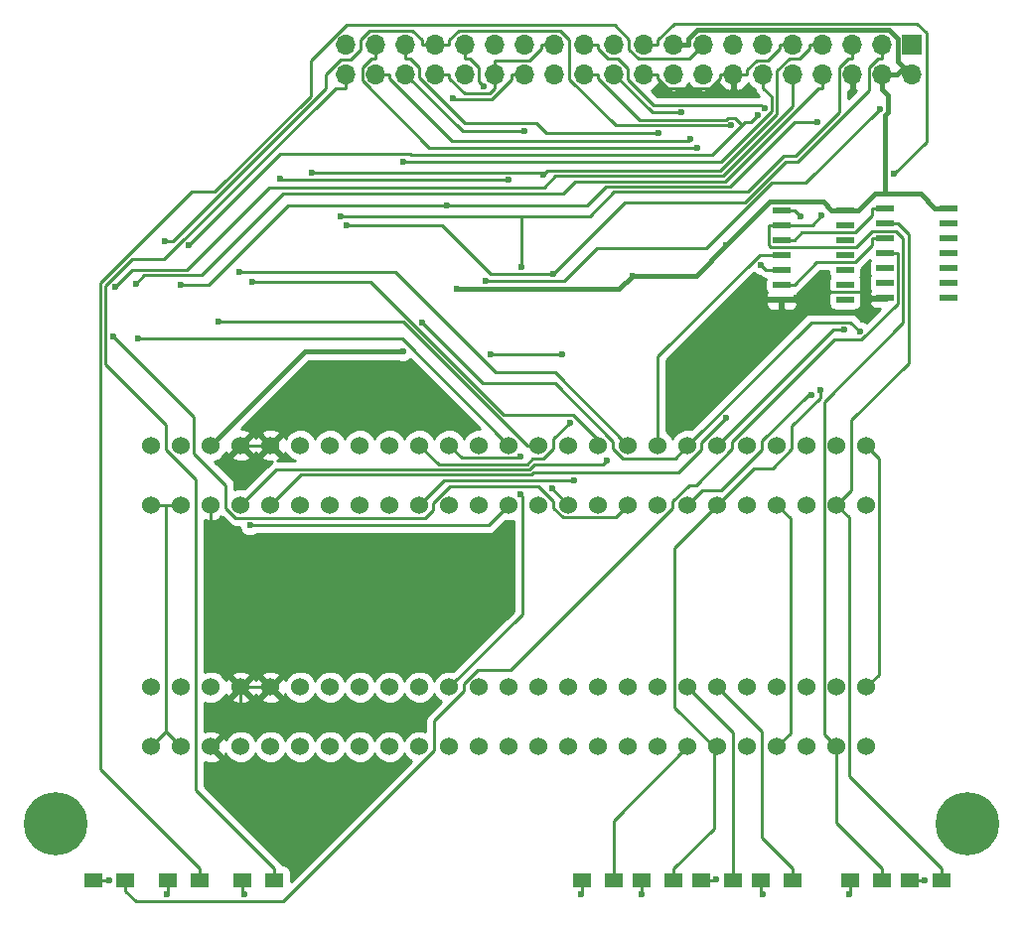
<source format=gbr>
G04 #@! TF.FileFunction,Copper,L1,Top,Signal*
%FSLAX46Y46*%
G04 Gerber Fmt 4.6, Leading zero omitted, Abs format (unit mm)*
G04 Created by KiCad (PCBNEW 4.0.7) date 06/27/18 09:39:12*
%MOMM*%
%LPD*%
G01*
G04 APERTURE LIST*
%ADD10C,0.100000*%
%ADD11C,5.400000*%
%ADD12C,1.524000*%
%ADD13R,1.500000X1.300000*%
%ADD14R,1.700000X1.700000*%
%ADD15O,1.700000X1.700000*%
%ADD16R,1.500000X0.600000*%
%ADD17C,0.600000*%
%ADD18C,0.250000*%
%ADD19C,0.400000*%
%ADD20C,0.254000*%
G04 APERTURE END LIST*
D10*
D11*
X210312000Y-122174000D03*
X132588000Y-122174000D03*
D12*
X201676000Y-110561000D03*
X201676000Y-115641000D03*
X199136000Y-110561000D03*
X199136000Y-115641000D03*
X196596000Y-110561000D03*
X196596000Y-115641000D03*
X194056000Y-110561000D03*
X194056000Y-115641000D03*
X191516000Y-110561000D03*
X191516000Y-115641000D03*
X188976000Y-110561000D03*
X188976000Y-115641000D03*
X186436000Y-110561000D03*
X186436000Y-115641000D03*
X183896000Y-110561000D03*
X183896000Y-115641000D03*
X181356000Y-110561000D03*
X181356000Y-115641000D03*
X178816000Y-110561000D03*
X178816000Y-115641000D03*
X176276000Y-110561000D03*
X176276000Y-115641000D03*
X173736000Y-110561000D03*
X173736000Y-115641000D03*
X171196000Y-110561000D03*
X171196000Y-115641000D03*
X168656000Y-110561000D03*
X168656000Y-115641000D03*
X166116000Y-110561000D03*
X166116000Y-115641000D03*
X163576000Y-110561000D03*
X163576000Y-115641000D03*
X161036000Y-110561000D03*
X161036000Y-115641000D03*
X158496000Y-110561000D03*
X158496000Y-115641000D03*
X155956000Y-110561000D03*
X155956000Y-115641000D03*
X153416000Y-110561000D03*
X153416000Y-115641000D03*
X150876000Y-110561000D03*
X150876000Y-115641000D03*
X148336000Y-110561000D03*
X148336000Y-115641000D03*
X145796000Y-110561000D03*
X145796000Y-115641000D03*
X143256000Y-110561000D03*
X143256000Y-115641000D03*
X140716000Y-110561000D03*
X140716000Y-115641000D03*
X201676000Y-89916000D03*
X201676000Y-94996000D03*
X199136000Y-89916000D03*
X199136000Y-94996000D03*
X196596000Y-89916000D03*
X196596000Y-94996000D03*
X194056000Y-89916000D03*
X194056000Y-94996000D03*
X191516000Y-89916000D03*
X191516000Y-94996000D03*
X188976000Y-89916000D03*
X188976000Y-94996000D03*
X186436000Y-89916000D03*
X186436000Y-94996000D03*
X183896000Y-89916000D03*
X183896000Y-94996000D03*
X181356000Y-89916000D03*
X181356000Y-94996000D03*
X178816000Y-89916000D03*
X178816000Y-94996000D03*
X176276000Y-89916000D03*
X176276000Y-94996000D03*
X173736000Y-89916000D03*
X173736000Y-94996000D03*
X171196000Y-89916000D03*
X171196000Y-94996000D03*
X168656000Y-89916000D03*
X168656000Y-94996000D03*
X166116000Y-89916000D03*
X166116000Y-94996000D03*
X163576000Y-89916000D03*
X163576000Y-94996000D03*
X161036000Y-89916000D03*
X161036000Y-94996000D03*
X158496000Y-89916000D03*
X158496000Y-94996000D03*
X155956000Y-89916000D03*
X155956000Y-94996000D03*
X153416000Y-89916000D03*
X153416000Y-94996000D03*
X150876000Y-89916000D03*
X150876000Y-94996000D03*
X148336000Y-89916000D03*
X148336000Y-94996000D03*
X145796000Y-89916000D03*
X145796000Y-94996000D03*
X143256000Y-89916000D03*
X143256000Y-94996000D03*
X140716000Y-89916000D03*
X140716000Y-94996000D03*
D13*
X208106000Y-127000000D03*
X205406000Y-127000000D03*
X203026000Y-127000000D03*
X200326000Y-127000000D03*
X195406000Y-127000000D03*
X192706000Y-127000000D03*
X190326000Y-127000000D03*
X187626000Y-127000000D03*
X185246000Y-127000000D03*
X182546000Y-127000000D03*
X180166000Y-127000000D03*
X177466000Y-127000000D03*
X151210000Y-127000000D03*
X148510000Y-127000000D03*
X144860000Y-127000000D03*
X142160000Y-127000000D03*
X138510000Y-127000000D03*
X135810000Y-127000000D03*
D14*
X205572000Y-55727600D03*
D15*
X205572000Y-58267600D03*
X203032000Y-55727600D03*
X203032000Y-58267600D03*
X200492000Y-55727600D03*
X200492000Y-58267600D03*
X197952000Y-55727600D03*
X197952000Y-58267600D03*
X195412000Y-55727600D03*
X195412000Y-58267600D03*
X192872000Y-55727600D03*
X192872000Y-58267600D03*
X190332000Y-55727600D03*
X190332000Y-58267600D03*
X187792000Y-55727600D03*
X187792000Y-58267600D03*
X185252000Y-55727600D03*
X185252000Y-58267600D03*
X182712000Y-55727600D03*
X182712000Y-58267600D03*
X180172000Y-55727600D03*
X180172000Y-58267600D03*
X177632000Y-55727600D03*
X177632000Y-58267600D03*
X175092000Y-55727600D03*
X175092000Y-58267600D03*
X172552000Y-55727600D03*
X172552000Y-58267600D03*
X170012000Y-55727600D03*
X170012000Y-58267600D03*
X167472000Y-55727600D03*
X167472000Y-58267600D03*
X164932000Y-55727600D03*
X164932000Y-58267600D03*
X162392000Y-55727600D03*
X162392000Y-58267600D03*
X159852000Y-55727600D03*
X159852000Y-58267600D03*
X157312000Y-55727600D03*
X157312000Y-58267600D03*
D16*
X203261000Y-69723000D03*
X203261000Y-70993000D03*
X203261000Y-72263000D03*
X203261000Y-73533000D03*
X203261000Y-74803000D03*
X203261000Y-76073000D03*
X203261000Y-77343000D03*
X208661000Y-77343000D03*
X208661000Y-76073000D03*
X208661000Y-74803000D03*
X208661000Y-73533000D03*
X208661000Y-72263000D03*
X208661000Y-70993000D03*
X208661000Y-69723000D03*
X194437000Y-69850000D03*
X194437000Y-71120000D03*
X194437000Y-72390000D03*
X194437000Y-73660000D03*
X194437000Y-74930000D03*
X194437000Y-76200000D03*
X194437000Y-77470000D03*
X199837000Y-77470000D03*
X199837000Y-76200000D03*
X199837000Y-74930000D03*
X199837000Y-73660000D03*
X199837000Y-72390000D03*
X199837000Y-71120000D03*
X199837000Y-69850000D03*
D17*
X195696900Y-77330000D03*
X181737000Y-75451900D03*
X166751000Y-76601600D03*
X162197200Y-81894500D03*
X189736800Y-72879700D03*
X156870600Y-70408400D03*
X172232400Y-74688700D03*
X174150100Y-66794700D03*
X154370600Y-66625700D03*
X169076400Y-59271500D03*
X151689000Y-67208700D03*
X171126200Y-67283100D03*
X166421000Y-60294100D03*
X174950000Y-75281300D03*
X157382000Y-71152700D03*
X197866000Y-70334200D03*
X199761400Y-80036300D03*
X196041800Y-70401000D03*
X197711300Y-85177200D03*
X201088300Y-80184500D03*
X163825600Y-79481100D03*
X196941600Y-85610000D03*
X148206600Y-75131100D03*
X137451900Y-80595100D03*
X149296800Y-75968600D03*
X174852800Y-93572900D03*
X146437900Y-79398600D03*
X139550600Y-80818800D03*
X149116700Y-96739600D03*
X172141100Y-90912800D03*
X172141100Y-94085700D03*
X175722600Y-82147900D03*
X169665700Y-82147900D03*
X176384100Y-88008500D03*
X176728800Y-92897300D03*
X189682100Y-87603000D03*
X169180200Y-75872100D03*
X202840600Y-61210900D03*
X192417700Y-61735400D03*
X143893600Y-72840100D03*
X203997600Y-66785100D03*
X192983800Y-61169500D03*
X137598500Y-76420400D03*
X197522100Y-62368500D03*
X165913400Y-69456400D03*
X143221900Y-76207100D03*
X141825700Y-72534500D03*
X190154800Y-62625700D03*
X139386900Y-76134800D03*
X206660300Y-127000000D03*
X200223700Y-128177600D03*
X192822600Y-128187500D03*
X188891000Y-126920000D03*
X182546000Y-128184100D03*
X177333200Y-128176100D03*
X148666400Y-128191100D03*
X142040000Y-128185100D03*
X137094200Y-127005000D03*
X162149100Y-65718900D03*
X179540500Y-91197600D03*
X192662600Y-74511000D03*
X185915600Y-61541300D03*
X183951400Y-63285900D03*
X186623700Y-63769400D03*
X172475600Y-63100200D03*
X187248600Y-64518000D03*
D18*
X170012000Y-58267600D02*
X170012000Y-57092300D01*
X173916700Y-56095000D02*
X173916700Y-55727600D01*
X172919400Y-57092300D02*
X173916700Y-56095000D01*
X170012000Y-57092300D02*
X172919400Y-57092300D01*
X175092000Y-55727600D02*
X173916700Y-55727600D01*
X148336000Y-89916000D02*
X150876000Y-89916000D01*
X148336000Y-113101000D02*
X148336000Y-110561000D01*
X145796000Y-115641000D02*
X148336000Y-113101000D01*
X164932000Y-58267600D02*
X166107300Y-58267600D01*
X170012000Y-58267600D02*
X170012000Y-59442900D01*
X194437000Y-77470000D02*
X195512300Y-77470000D01*
X195652300Y-77330000D02*
X195696900Y-77330000D01*
X195512300Y-77470000D02*
X195652300Y-77330000D01*
X203261000Y-77343000D02*
X202185700Y-77343000D01*
X201687300Y-76844600D02*
X202185700Y-77343000D01*
X196182300Y-76844600D02*
X201687300Y-76844600D01*
X195696900Y-77330000D02*
X196182300Y-76844600D01*
X195412000Y-55727600D02*
X194236700Y-55727600D01*
X145796000Y-108021000D02*
X148336000Y-110561000D01*
X145796000Y-94996000D02*
X145796000Y-108021000D01*
X150876000Y-110561000D02*
X148336000Y-110561000D01*
X183887300Y-58635000D02*
X183887300Y-58267600D01*
X184695200Y-59442900D02*
X183887300Y-58635000D01*
X188348700Y-59442900D02*
X184695200Y-59442900D01*
X189156700Y-58634900D02*
X188348700Y-59442900D01*
X189156700Y-58267600D02*
X189156700Y-58634900D01*
X194236700Y-56095000D02*
X194236700Y-55727600D01*
X193239400Y-57092300D02*
X194236700Y-56095000D01*
X192315200Y-57092300D02*
X193239400Y-57092300D01*
X191507300Y-57900200D02*
X192315200Y-57092300D01*
X191507300Y-58267600D02*
X191507300Y-57900200D01*
X190332000Y-58267600D02*
X191507300Y-58267600D01*
X190332000Y-58267600D02*
X189156700Y-58267600D01*
X182712000Y-58267600D02*
X183887300Y-58267600D01*
X169528500Y-59926400D02*
X170012000Y-59442900D01*
X167407900Y-59926400D02*
X169528500Y-59926400D01*
X166107300Y-58625800D02*
X167407900Y-59926400D01*
X166107300Y-58267600D02*
X166107300Y-58625800D01*
D19*
X199837000Y-69850000D02*
X200987300Y-69850000D01*
X208661000Y-69723000D02*
X207510700Y-69723000D01*
X203032000Y-58267600D02*
X203032000Y-59517900D01*
X206262500Y-68474800D02*
X203251600Y-68474800D01*
X207510700Y-69723000D02*
X206262500Y-68474800D01*
X202362500Y-68474800D02*
X200987300Y-69850000D01*
X203251600Y-68474800D02*
X202362500Y-68474800D01*
X205572000Y-58267600D02*
X205572000Y-57697800D01*
X203032000Y-58267600D02*
X204282300Y-58267600D01*
X185252000Y-55727600D02*
X186502300Y-55727600D01*
X186502300Y-55209500D02*
X186502300Y-55727600D01*
X187251200Y-54460600D02*
X186502300Y-55209500D01*
X203559500Y-54460600D02*
X187251200Y-54460600D01*
X204321600Y-55222700D02*
X203559500Y-54460600D01*
X204321600Y-57167300D02*
X204321600Y-55222700D01*
X204852100Y-57697800D02*
X204321600Y-57167300D01*
X205572000Y-57697800D02*
X204852100Y-57697800D01*
X204852100Y-57697800D02*
X204282300Y-58267600D01*
X199837000Y-69850000D02*
X198686700Y-69850000D01*
X180587300Y-76601600D02*
X166751000Y-76601600D01*
X181737000Y-75451900D02*
X180587300Y-76601600D01*
X203540900Y-60026800D02*
X203032000Y-59517900D01*
X203540900Y-61501000D02*
X203540900Y-60026800D01*
X203251600Y-61790300D02*
X203540900Y-61501000D01*
X203251600Y-68474800D02*
X203251600Y-61790300D01*
X153817500Y-81894500D02*
X162197200Y-81894500D01*
X145796000Y-89916000D02*
X153817500Y-81894500D01*
X187164600Y-75451900D02*
X189736800Y-72879700D01*
X181737000Y-75451900D02*
X187164600Y-75451900D01*
X197986400Y-69149700D02*
X198686700Y-69850000D01*
X193466800Y-69149700D02*
X197986400Y-69149700D01*
X189736800Y-72879700D02*
X193466800Y-69149700D01*
D18*
X200492000Y-55727600D02*
X200492000Y-56902900D01*
X172232400Y-70408400D02*
X156870600Y-70408400D01*
X178061200Y-70408400D02*
X172232400Y-70408400D01*
X180174200Y-68295400D02*
X178061200Y-70408400D01*
X191555600Y-68295400D02*
X180174200Y-68295400D01*
X194598300Y-65252700D02*
X191555600Y-68295400D01*
X195595500Y-65252700D02*
X194598300Y-65252700D01*
X199316700Y-61531500D02*
X195595500Y-65252700D01*
X199316700Y-57710800D02*
X199316700Y-61531500D01*
X200124600Y-56902900D02*
X199316700Y-57710800D01*
X200492000Y-56902900D02*
X200124600Y-56902900D01*
X172232400Y-70408400D02*
X172232400Y-74688700D01*
X197952000Y-55727600D02*
X196776700Y-55727600D01*
X173981100Y-66625700D02*
X154370600Y-66625700D01*
X174150100Y-66794700D02*
X173981100Y-66625700D01*
X196776700Y-56095000D02*
X196776700Y-55727600D01*
X195968800Y-56902900D02*
X196776700Y-56095000D01*
X195092500Y-56902900D02*
X195968800Y-56902900D01*
X194059400Y-57936000D02*
X195092500Y-56902900D01*
X194059400Y-61652100D02*
X194059400Y-57936000D01*
X189217300Y-66494200D02*
X194059400Y-61652100D01*
X174450600Y-66494200D02*
X189217300Y-66494200D01*
X174150100Y-66794700D02*
X174450600Y-66494200D01*
X168647300Y-58842400D02*
X169076400Y-59271500D01*
X168647300Y-57710800D02*
X168647300Y-58842400D01*
X167839400Y-56902900D02*
X168647300Y-57710800D01*
X167472000Y-56902900D02*
X167839400Y-56902900D01*
X167472000Y-55727600D02*
X167472000Y-56902900D01*
X151763400Y-67283100D02*
X151689000Y-67208700D01*
X171126200Y-67283100D02*
X151763400Y-67283100D01*
X144860000Y-127000000D02*
X144860000Y-126024700D01*
X136352300Y-117517000D02*
X144860000Y-126024700D01*
X136352300Y-76079500D02*
X136352300Y-117517000D01*
X144137900Y-68293900D02*
X136352300Y-76079500D01*
X146120100Y-68293900D02*
X144137900Y-68293900D01*
X154269600Y-60144400D02*
X146120100Y-68293900D01*
X154269600Y-57098300D02*
X154269600Y-60144400D01*
X157315900Y-54052000D02*
X154269600Y-57098300D01*
X180202000Y-54052000D02*
X157315900Y-54052000D01*
X181442000Y-55292000D02*
X180202000Y-54052000D01*
X181442000Y-56149500D02*
X181442000Y-55292000D01*
X182220300Y-56927800D02*
X181442000Y-56149500D01*
X186591800Y-56927800D02*
X182220300Y-56927800D01*
X187792000Y-55727600D02*
X186591800Y-56927800D01*
X157312000Y-58267600D02*
X157312000Y-59442900D01*
X151210000Y-127000000D02*
X151210000Y-126024700D01*
X144526000Y-119340700D02*
X151210000Y-126024700D01*
X144526000Y-92846200D02*
X144526000Y-119340700D01*
X141986000Y-90306200D02*
X144526000Y-92846200D01*
X141986000Y-88159900D02*
X141986000Y-90306200D01*
X136815100Y-82989000D02*
X141986000Y-88159900D01*
X136815100Y-76314700D02*
X136815100Y-82989000D01*
X139099500Y-74030300D02*
X136815100Y-76314700D01*
X141819100Y-74030300D02*
X139099500Y-74030300D01*
X156406500Y-59442900D02*
X141819100Y-74030300D01*
X157312000Y-59442900D02*
X156406500Y-59442900D01*
X172552000Y-58267600D02*
X171376700Y-58267600D01*
X166542900Y-60416000D02*
X166421000Y-60294100D01*
X169687400Y-60416000D02*
X166542900Y-60416000D01*
X171376700Y-58726700D02*
X169687400Y-60416000D01*
X171376700Y-58267600D02*
X171376700Y-58726700D01*
X203032000Y-55727600D02*
X203032000Y-56902900D01*
X202664600Y-56902900D02*
X203032000Y-56902900D01*
X201856700Y-57710800D02*
X202664600Y-56902900D01*
X201856700Y-59628400D02*
X201856700Y-57710800D01*
X195782100Y-65703000D02*
X201856700Y-59628400D01*
X194784900Y-65703000D02*
X195782100Y-65703000D01*
X191291900Y-69196000D02*
X194784900Y-65703000D01*
X181035300Y-69196000D02*
X191291900Y-69196000D01*
X174950000Y-75281300D02*
X181035300Y-69196000D01*
X174891700Y-75339600D02*
X174950000Y-75281300D01*
X169676900Y-75339600D02*
X174891700Y-75339600D01*
X165490000Y-71152700D02*
X169676900Y-75339600D01*
X157382000Y-71152700D02*
X165490000Y-71152700D01*
X139372000Y-128837300D02*
X138510000Y-127975300D01*
X151942400Y-128837300D02*
X139372000Y-128837300D01*
X164846000Y-115933700D02*
X151942400Y-128837300D01*
X164846000Y-113396100D02*
X164846000Y-115933700D01*
X167386000Y-110856100D02*
X164846000Y-113396100D01*
X167386000Y-110284900D02*
X167386000Y-110856100D01*
X168554400Y-109116500D02*
X167386000Y-110284900D01*
X171359500Y-109116500D02*
X168554400Y-109116500D01*
X185166000Y-95310000D02*
X171359500Y-109116500D01*
X185166000Y-94725400D02*
X185166000Y-95310000D01*
X186562400Y-93329000D02*
X185166000Y-94725400D01*
X187140100Y-93329000D02*
X186562400Y-93329000D01*
X190246000Y-90223100D02*
X187140100Y-93329000D01*
X190246000Y-89616000D02*
X190246000Y-90223100D01*
X198942600Y-80919400D02*
X190246000Y-89616000D01*
X201254900Y-80919400D02*
X198942600Y-80919400D01*
X204336300Y-77838000D02*
X201254900Y-80919400D01*
X204336300Y-73533000D02*
X204336300Y-77838000D01*
X203261000Y-73533000D02*
X204336300Y-73533000D01*
X138510000Y-127000000D02*
X138510000Y-127975300D01*
X202769400Y-109467600D02*
X201676000Y-110561000D01*
X202769400Y-91009400D02*
X202769400Y-109467600D01*
X201676000Y-89916000D02*
X202769400Y-91009400D01*
X203026000Y-127000000D02*
X203026000Y-126024700D01*
X199136000Y-122134700D02*
X203026000Y-126024700D01*
X199136000Y-115641000D02*
X199136000Y-122134700D01*
X197080200Y-71120000D02*
X194437000Y-71120000D01*
X197866000Y-70334200D02*
X197080200Y-71120000D01*
X194437000Y-71120000D02*
X193361700Y-71120000D01*
X198040900Y-114545900D02*
X199136000Y-115641000D01*
X198040900Y-86214400D02*
X198040900Y-114545900D01*
X204788300Y-79467000D02*
X198040900Y-86214400D01*
X204788300Y-72280100D02*
X204788300Y-79467000D01*
X204145800Y-71637600D02*
X204788300Y-72280100D01*
X202174100Y-71637600D02*
X204145800Y-71637600D01*
X200796300Y-73015400D02*
X202174100Y-71637600D01*
X193494400Y-73015400D02*
X200796300Y-73015400D01*
X193361700Y-72882700D02*
X193494400Y-73015400D01*
X193361700Y-71120000D02*
X193361700Y-72882700D01*
X195167200Y-114529800D02*
X194056000Y-115641000D01*
X195167200Y-96107200D02*
X195167200Y-114529800D01*
X194056000Y-94996000D02*
X195167200Y-96107200D01*
X192786000Y-123404700D02*
X195406000Y-126024700D01*
X192786000Y-114371000D02*
X192786000Y-123404700D01*
X188976000Y-110561000D02*
X192786000Y-114371000D01*
X195406000Y-127000000D02*
X195406000Y-126024700D01*
X198855700Y-80036300D02*
X199761400Y-80036300D01*
X188976000Y-89916000D02*
X198855700Y-80036300D01*
X195512300Y-69871500D02*
X196041800Y-70401000D01*
X195512300Y-69850000D02*
X195512300Y-69871500D01*
X194437000Y-69850000D02*
X195512300Y-69850000D01*
X185246000Y-127000000D02*
X185246000Y-126024700D01*
X188976000Y-115641000D02*
X188645800Y-115641000D01*
X185327300Y-112322500D02*
X188645800Y-115641000D01*
X185327300Y-98644700D02*
X185327300Y-112322500D01*
X188976000Y-94996000D02*
X185327300Y-98644700D01*
X188645800Y-122624900D02*
X185246000Y-126024700D01*
X188645800Y-115641000D02*
X188645800Y-122624900D01*
X197711200Y-85177200D02*
X197711300Y-85177200D01*
X197711200Y-85907200D02*
X197711200Y-85177200D01*
X195326000Y-88292400D02*
X197711200Y-85907200D01*
X195326000Y-90239000D02*
X195326000Y-88292400D01*
X193701400Y-91863600D02*
X195326000Y-90239000D01*
X192108400Y-91863600D02*
X193701400Y-91863600D01*
X188976000Y-94996000D02*
X192108400Y-91863600D01*
X190326000Y-114451000D02*
X190326000Y-127000000D01*
X186436000Y-110561000D02*
X190326000Y-114451000D01*
X196942700Y-79409300D02*
X186436000Y-89916000D01*
X200313100Y-79409300D02*
X196942700Y-79409300D01*
X201088300Y-80184500D02*
X200313100Y-79409300D01*
X168953500Y-84609000D02*
X163825600Y-79481100D01*
X175104500Y-84609000D02*
X168953500Y-84609000D01*
X180086000Y-89590500D02*
X175104500Y-84609000D01*
X180086000Y-90195600D02*
X180086000Y-89590500D01*
X180901200Y-91010800D02*
X180086000Y-90195600D01*
X185341200Y-91010800D02*
X180901200Y-91010800D01*
X186436000Y-89916000D02*
X185341200Y-91010800D01*
X180166000Y-121911000D02*
X180166000Y-127000000D01*
X186436000Y-115641000D02*
X180166000Y-121911000D01*
X196740100Y-85610000D02*
X196941600Y-85610000D01*
X192786000Y-89564100D02*
X196740100Y-85610000D01*
X192786000Y-90258300D02*
X192786000Y-89564100D01*
X189264900Y-93779400D02*
X192786000Y-90258300D01*
X187652600Y-93779400D02*
X189264900Y-93779400D01*
X186436000Y-94996000D02*
X187652600Y-93779400D01*
X183896000Y-82317800D02*
X183896000Y-89916000D01*
X192553800Y-73660000D02*
X183896000Y-82317800D01*
X194437000Y-73660000D02*
X192553800Y-73660000D01*
X161488500Y-75131100D02*
X148206600Y-75131100D01*
X170065800Y-83708400D02*
X161488500Y-75131100D01*
X175148400Y-83708400D02*
X170065800Y-83708400D01*
X181356000Y-89916000D02*
X175148400Y-83708400D01*
X144343400Y-87486600D02*
X137451900Y-80595100D01*
X144343400Y-90595500D02*
X144343400Y-87486600D01*
X147066000Y-93318100D02*
X144343400Y-90595500D01*
X147066000Y-95282200D02*
X147066000Y-93318100D01*
X147878100Y-96094300D02*
X147066000Y-95282200D01*
X164046500Y-96094300D02*
X147878100Y-96094300D01*
X164686700Y-95454100D02*
X164046500Y-96094300D01*
X164686700Y-94887500D02*
X164686700Y-95454100D01*
X166187400Y-93386800D02*
X164686700Y-94887500D01*
X173673700Y-93386800D02*
X166187400Y-93386800D01*
X175006000Y-94719100D02*
X173673700Y-93386800D01*
X175006000Y-95316100D02*
X175006000Y-94719100D01*
X175773300Y-96083400D02*
X175006000Y-95316100D01*
X180268600Y-96083400D02*
X175773300Y-96083400D01*
X181356000Y-94996000D02*
X180268600Y-96083400D01*
X178816000Y-89436700D02*
X178816000Y-89916000D01*
X176663900Y-87284600D02*
X178816000Y-89436700D01*
X170739400Y-87284600D02*
X176663900Y-87284600D01*
X159423400Y-75968600D02*
X170739400Y-87284600D01*
X149296800Y-75968600D02*
X159423400Y-75968600D01*
X174852900Y-93572900D02*
X174852800Y-93572900D01*
X176276000Y-94996000D02*
X174852900Y-93572900D01*
X172733900Y-89916000D02*
X173736000Y-89916000D01*
X162216500Y-79398600D02*
X172733900Y-89916000D01*
X146437900Y-79398600D02*
X162216500Y-79398600D01*
X162098800Y-80818800D02*
X171196000Y-89916000D01*
X139550600Y-80818800D02*
X162098800Y-80818800D01*
X169452400Y-96739600D02*
X171196000Y-94996000D01*
X149116700Y-96739600D02*
X169452400Y-96739600D01*
X172050500Y-91003400D02*
X172141100Y-90912800D01*
X167203400Y-91003400D02*
X172050500Y-91003400D01*
X166116000Y-89916000D02*
X167203400Y-91003400D01*
X172303500Y-94248100D02*
X172141100Y-94085700D01*
X172303500Y-104373500D02*
X172303500Y-94248100D01*
X166116000Y-110561000D02*
X172303500Y-104373500D01*
X175722600Y-82147900D02*
X169665700Y-82147900D01*
X165198100Y-91538100D02*
X163576000Y-89916000D01*
X172748900Y-91538100D02*
X165198100Y-91538100D01*
X173199200Y-91087800D02*
X172748900Y-91538100D01*
X174156200Y-91087800D02*
X173199200Y-91087800D01*
X175006100Y-90237900D02*
X174156200Y-91087800D01*
X175006100Y-89386500D02*
X175006100Y-90237900D01*
X176384100Y-88008500D02*
X175006100Y-89386500D01*
X165674700Y-92897300D02*
X176728800Y-92897300D01*
X163576000Y-94996000D02*
X165674700Y-92897300D01*
X153433300Y-92438700D02*
X150876000Y-94996000D01*
X173122100Y-92438700D02*
X153433300Y-92438700D01*
X173291000Y-92269800D02*
X173122100Y-92438700D01*
X185625000Y-92269800D02*
X173291000Y-92269800D01*
X187609800Y-90285000D02*
X185625000Y-92269800D01*
X187609800Y-89675300D02*
X187609800Y-90285000D01*
X189682100Y-87603000D02*
X187609800Y-89675300D01*
X140716000Y-94996000D02*
X141986000Y-94996000D01*
X141986000Y-94996000D02*
X143256000Y-94996000D01*
X141986000Y-94996000D02*
X141986000Y-114371000D01*
X140716000Y-115641000D02*
X141986000Y-114371000D01*
X141986000Y-114371000D02*
X143256000Y-115641000D01*
X208106000Y-127000000D02*
X208106000Y-126024700D01*
X200223400Y-118142100D02*
X208106000Y-126024700D01*
X200223400Y-96083400D02*
X200223400Y-118142100D01*
X199136000Y-94996000D02*
X200223400Y-96083400D01*
X200406000Y-93726000D02*
X199136000Y-94996000D01*
X200406000Y-87733300D02*
X200406000Y-93726000D01*
X205238700Y-82900600D02*
X200406000Y-87733300D01*
X205238700Y-71895400D02*
X205238700Y-82900600D01*
X204336300Y-70993000D02*
X205238700Y-71895400D01*
X203261000Y-70993000D02*
X204336300Y-70993000D01*
X196503400Y-67548100D02*
X202840600Y-61210900D01*
X193576700Y-67548100D02*
X196503400Y-67548100D01*
X187990200Y-73134600D02*
X193576700Y-67548100D01*
X178715000Y-73134600D02*
X187990200Y-73134600D01*
X175927200Y-75922400D02*
X178715000Y-73134600D01*
X169230500Y-75922400D02*
X175927200Y-75922400D01*
X169180200Y-75872100D02*
X169230500Y-75922400D01*
X177632000Y-58267600D02*
X178807300Y-58267600D01*
X178807300Y-58634500D02*
X178807300Y-58267600D01*
X182339400Y-62166600D02*
X178807300Y-58634500D01*
X189729600Y-62166600D02*
X182339400Y-62166600D01*
X189895800Y-62000400D02*
X189729600Y-62166600D01*
X190422500Y-62000400D02*
X189895800Y-62000400D01*
X191056800Y-62634600D02*
X190422500Y-62000400D01*
X191320100Y-62371300D02*
X191056800Y-62634600D01*
X191781800Y-62371300D02*
X191320100Y-62371300D01*
X192417700Y-61735400D02*
X191781800Y-62371300D01*
X151688800Y-65044900D02*
X143893600Y-72840100D01*
X162777800Y-65044900D02*
X151688800Y-65044900D01*
X162876200Y-65143300D02*
X162777800Y-65044900D01*
X188548100Y-65143300D02*
X162876200Y-65143300D01*
X191056800Y-62634600D02*
X188548100Y-65143300D01*
X183887300Y-55360300D02*
X183887300Y-55727600D01*
X185312400Y-53935200D02*
X183887300Y-55360300D01*
X205943100Y-53935200D02*
X185312400Y-53935200D01*
X206766000Y-54758100D02*
X205943100Y-53935200D01*
X206766000Y-64016700D02*
X206766000Y-54758100D01*
X203997600Y-66785100D02*
X206766000Y-64016700D01*
X182712000Y-55727600D02*
X183887300Y-55727600D01*
X177632000Y-55727600D02*
X178807300Y-55727600D01*
X192680100Y-60865800D02*
X192983800Y-61169500D01*
X183540100Y-60865800D02*
X192680100Y-60865800D01*
X181347400Y-58673100D02*
X183540100Y-60865800D01*
X181347400Y-57742000D02*
X181347400Y-58673100D01*
X180508300Y-56902900D02*
X181347400Y-57742000D01*
X179615200Y-56902900D02*
X180508300Y-56902900D01*
X178807300Y-56095000D02*
X179615200Y-56902900D01*
X178807300Y-55727600D02*
X178807300Y-56095000D01*
X195412000Y-58267600D02*
X195412000Y-59442900D01*
X195412000Y-60966400D02*
X195412000Y-59442900D01*
X189433900Y-66944500D02*
X195412000Y-60966400D01*
X175179000Y-66944500D02*
X189433900Y-66944500D01*
X174192300Y-67931200D02*
X175179000Y-66944500D01*
X150744100Y-67931200D02*
X174192300Y-67931200D01*
X143726600Y-74948700D02*
X150744100Y-67931200D01*
X139070100Y-74948700D02*
X143726600Y-74948700D01*
X139070100Y-74948800D02*
X139070100Y-74948700D01*
X137598500Y-76420400D02*
X139070100Y-74948800D01*
X177875800Y-69456400D02*
X165913400Y-69456400D01*
X179487100Y-67845100D02*
X177875800Y-69456400D01*
X190024800Y-67845100D02*
X179487100Y-67845100D01*
X195501400Y-62368500D02*
X190024800Y-67845100D01*
X197522100Y-62368500D02*
X195501400Y-62368500D01*
X145625300Y-76207100D02*
X143221900Y-76207100D01*
X152376000Y-69456400D02*
X145625300Y-76207100D01*
X165913400Y-69456400D02*
X152376000Y-69456400D01*
X164932000Y-55727600D02*
X163756700Y-55727600D01*
X164932000Y-55727600D02*
X166107300Y-55727600D01*
X180269700Y-62625700D02*
X190154800Y-62625700D01*
X176362000Y-58718000D02*
X180269700Y-62625700D01*
X176362000Y-55328200D02*
X176362000Y-58718000D01*
X175586100Y-54552300D02*
X176362000Y-55328200D01*
X166915200Y-54552300D02*
X175586100Y-54552300D01*
X166107300Y-55360200D02*
X166915200Y-54552300D01*
X166107300Y-55727600D02*
X166107300Y-55360200D01*
X142516400Y-72534500D02*
X141825700Y-72534500D01*
X155563000Y-59487900D02*
X142516400Y-72534500D01*
X155563000Y-58303300D02*
X155563000Y-59487900D01*
X156868700Y-56997600D02*
X155563000Y-58303300D01*
X157726200Y-56997600D02*
X156868700Y-56997600D01*
X158548600Y-56175200D02*
X157726200Y-56997600D01*
X158548600Y-55346100D02*
X158548600Y-56175200D01*
X159342400Y-54552300D02*
X158548600Y-55346100D01*
X162948800Y-54552300D02*
X159342400Y-54552300D01*
X163756700Y-55360200D02*
X162948800Y-54552300D01*
X163756700Y-55727600D02*
X163756700Y-55360200D01*
X197952000Y-58267600D02*
X197952000Y-59442900D01*
X197574400Y-59442900D02*
X197952000Y-59442900D01*
X189622500Y-67394800D02*
X197574400Y-59442900D01*
X176871400Y-67394800D02*
X189622500Y-67394800D01*
X175819200Y-68447000D02*
X176871400Y-67394800D01*
X151941400Y-68447000D02*
X175819200Y-68447000D01*
X144989200Y-75399200D02*
X151941400Y-68447000D01*
X140122500Y-75399200D02*
X144989200Y-75399200D01*
X139386900Y-76134800D02*
X140122500Y-75399200D01*
X205406000Y-127000000D02*
X206481300Y-127000000D01*
X206481300Y-127000000D02*
X206660300Y-127000000D01*
X200326000Y-128075300D02*
X200223700Y-128177600D01*
X200326000Y-127000000D02*
X200326000Y-128075300D01*
X192706000Y-128070900D02*
X192822600Y-128187500D01*
X192706000Y-127000000D02*
X192706000Y-128070900D01*
X187626000Y-127000000D02*
X188701300Y-127000000D01*
X188811000Y-127000000D02*
X188891000Y-126920000D01*
X188701300Y-127000000D02*
X188811000Y-127000000D01*
X182546000Y-127000000D02*
X182546000Y-128184100D01*
X177466000Y-128043300D02*
X177333200Y-128176100D01*
X177466000Y-127000000D02*
X177466000Y-128043300D01*
X148510000Y-128034700D02*
X148510000Y-127000000D01*
X148666400Y-128191100D02*
X148510000Y-128034700D01*
X142160000Y-128065100D02*
X142040000Y-128185100D01*
X142160000Y-127000000D02*
X142160000Y-128065100D01*
X136890300Y-127005000D02*
X136885300Y-127000000D01*
X137094200Y-127005000D02*
X136890300Y-127005000D01*
X135810000Y-127000000D02*
X136885300Y-127000000D01*
X192872000Y-58267600D02*
X192872000Y-59442900D01*
X193609100Y-60180000D02*
X192872000Y-59442900D01*
X193609100Y-61428600D02*
X193609100Y-60180000D01*
X193242900Y-61794800D02*
X193609100Y-61428600D01*
X193242600Y-61794800D02*
X193242900Y-61794800D01*
X193242600Y-61794900D02*
X193242600Y-61794800D01*
X189318600Y-65718900D02*
X193242600Y-61794900D01*
X162149100Y-65718900D02*
X189318600Y-65718900D01*
X151343600Y-91988400D02*
X148336000Y-94996000D01*
X172935500Y-91988400D02*
X151343600Y-91988400D01*
X173385800Y-91538100D02*
X172935500Y-91988400D01*
X179200000Y-91538100D02*
X173385800Y-91538100D01*
X179540500Y-91197600D02*
X179200000Y-91538100D01*
X193081600Y-74930000D02*
X192662600Y-74511000D01*
X194437000Y-74930000D02*
X193081600Y-74930000D01*
X183445700Y-61541300D02*
X185915600Y-61541300D01*
X180172000Y-58267600D02*
X183445700Y-61541300D01*
X162392000Y-55727600D02*
X162392000Y-56902900D01*
X174369500Y-63285900D02*
X183951400Y-63285900D01*
X173505800Y-62422200D02*
X174369500Y-63285900D01*
X167424400Y-62422200D02*
X173505800Y-62422200D01*
X163567300Y-58565100D02*
X167424400Y-62422200D01*
X163567300Y-57710800D02*
X163567300Y-58565100D01*
X162759400Y-56902900D02*
X163567300Y-57710800D01*
X162392000Y-56902900D02*
X162759400Y-56902900D01*
X159852000Y-58267600D02*
X161027300Y-58267600D01*
X186474600Y-63918500D02*
X186623700Y-63769400D01*
X166310900Y-63918500D02*
X186474600Y-63918500D01*
X161027300Y-58634900D02*
X166310900Y-63918500D01*
X161027300Y-58267600D02*
X161027300Y-58634900D01*
X167224600Y-63100200D02*
X172475600Y-63100200D01*
X162392000Y-58267600D02*
X167224600Y-63100200D01*
X202185700Y-70315200D02*
X202185700Y-69723000D01*
X200736200Y-71764700D02*
X202185700Y-70315200D01*
X196137600Y-71764700D02*
X200736200Y-71764700D01*
X195512300Y-72390000D02*
X196137600Y-71764700D01*
X194437000Y-72390000D02*
X195512300Y-72390000D01*
X203261000Y-69723000D02*
X202185700Y-69723000D01*
X202185700Y-72829400D02*
X202185700Y-72263000D01*
X200710500Y-74304600D02*
X202185700Y-72829400D01*
X197407700Y-74304600D02*
X200710500Y-74304600D01*
X195512300Y-76200000D02*
X197407700Y-74304600D01*
X194437000Y-76200000D02*
X195512300Y-76200000D01*
X203261000Y-72263000D02*
X202185700Y-72263000D01*
X159852000Y-55727600D02*
X159852000Y-56902900D01*
X164397600Y-64518000D02*
X187248600Y-64518000D01*
X158676700Y-58797100D02*
X164397600Y-64518000D01*
X158676700Y-57710800D02*
X158676700Y-58797100D01*
X159484600Y-56902900D02*
X158676700Y-57710800D01*
X159852000Y-56902900D02*
X159484600Y-56902900D01*
D20*
G36*
X146711618Y-96091226D02*
X146755921Y-96046923D01*
X147340699Y-96631701D01*
X147587261Y-96796448D01*
X147878100Y-96854300D01*
X148181599Y-96854300D01*
X148181538Y-96924767D01*
X148323583Y-97268543D01*
X148586373Y-97531792D01*
X148929901Y-97674438D01*
X149301867Y-97674762D01*
X149645643Y-97532717D01*
X149678818Y-97499600D01*
X169452400Y-97499600D01*
X169743239Y-97441748D01*
X169989801Y-97277001D01*
X170886619Y-96380183D01*
X170916900Y-96392757D01*
X171472661Y-96393242D01*
X171543500Y-96363972D01*
X171543500Y-104058698D01*
X166425381Y-109176817D01*
X166395100Y-109164243D01*
X165839339Y-109163758D01*
X165325697Y-109375990D01*
X164932371Y-109768630D01*
X164846051Y-109976512D01*
X164761010Y-109770697D01*
X164368370Y-109377371D01*
X163855100Y-109164243D01*
X163299339Y-109163758D01*
X162785697Y-109375990D01*
X162392371Y-109768630D01*
X162306051Y-109976512D01*
X162221010Y-109770697D01*
X161828370Y-109377371D01*
X161315100Y-109164243D01*
X160759339Y-109163758D01*
X160245697Y-109375990D01*
X159852371Y-109768630D01*
X159766051Y-109976512D01*
X159681010Y-109770697D01*
X159288370Y-109377371D01*
X158775100Y-109164243D01*
X158219339Y-109163758D01*
X157705697Y-109375990D01*
X157312371Y-109768630D01*
X157226051Y-109976512D01*
X157141010Y-109770697D01*
X156748370Y-109377371D01*
X156235100Y-109164243D01*
X155679339Y-109163758D01*
X155165697Y-109375990D01*
X154772371Y-109768630D01*
X154686051Y-109976512D01*
X154601010Y-109770697D01*
X154208370Y-109377371D01*
X153695100Y-109164243D01*
X153139339Y-109163758D01*
X152625697Y-109375990D01*
X152232371Y-109768630D01*
X152152605Y-109960727D01*
X152098397Y-109829857D01*
X151856213Y-109760392D01*
X151055605Y-110561000D01*
X151856213Y-111361608D01*
X152098397Y-111292143D01*
X152148509Y-111151682D01*
X152230990Y-111351303D01*
X152623630Y-111744629D01*
X153136900Y-111957757D01*
X153692661Y-111958242D01*
X154206303Y-111746010D01*
X154599629Y-111353370D01*
X154685949Y-111145488D01*
X154770990Y-111351303D01*
X155163630Y-111744629D01*
X155676900Y-111957757D01*
X156232661Y-111958242D01*
X156746303Y-111746010D01*
X157139629Y-111353370D01*
X157225949Y-111145488D01*
X157310990Y-111351303D01*
X157703630Y-111744629D01*
X158216900Y-111957757D01*
X158772661Y-111958242D01*
X159286303Y-111746010D01*
X159679629Y-111353370D01*
X159765949Y-111145488D01*
X159850990Y-111351303D01*
X160243630Y-111744629D01*
X160756900Y-111957757D01*
X161312661Y-111958242D01*
X161826303Y-111746010D01*
X162219629Y-111353370D01*
X162305949Y-111145488D01*
X162390990Y-111351303D01*
X162783630Y-111744629D01*
X163296900Y-111957757D01*
X163852661Y-111958242D01*
X164366303Y-111746010D01*
X164759629Y-111353370D01*
X164845949Y-111145488D01*
X164930990Y-111351303D01*
X165323630Y-111744629D01*
X165393611Y-111773687D01*
X164308599Y-112858699D01*
X164143852Y-113105261D01*
X164086000Y-113396100D01*
X164086000Y-114340121D01*
X163855100Y-114244243D01*
X163299339Y-114243758D01*
X162785697Y-114455990D01*
X162392371Y-114848630D01*
X162306051Y-115056512D01*
X162221010Y-114850697D01*
X161828370Y-114457371D01*
X161315100Y-114244243D01*
X160759339Y-114243758D01*
X160245697Y-114455990D01*
X159852371Y-114848630D01*
X159766051Y-115056512D01*
X159681010Y-114850697D01*
X159288370Y-114457371D01*
X158775100Y-114244243D01*
X158219339Y-114243758D01*
X157705697Y-114455990D01*
X157312371Y-114848630D01*
X157226051Y-115056512D01*
X157141010Y-114850697D01*
X156748370Y-114457371D01*
X156235100Y-114244243D01*
X155679339Y-114243758D01*
X155165697Y-114455990D01*
X154772371Y-114848630D01*
X154686051Y-115056512D01*
X154601010Y-114850697D01*
X154208370Y-114457371D01*
X153695100Y-114244243D01*
X153139339Y-114243758D01*
X152625697Y-114455990D01*
X152232371Y-114848630D01*
X152146051Y-115056512D01*
X152061010Y-114850697D01*
X151668370Y-114457371D01*
X151155100Y-114244243D01*
X150599339Y-114243758D01*
X150085697Y-114455990D01*
X149692371Y-114848630D01*
X149606051Y-115056512D01*
X149521010Y-114850697D01*
X149128370Y-114457371D01*
X148615100Y-114244243D01*
X148059339Y-114243758D01*
X147545697Y-114455990D01*
X147152371Y-114848630D01*
X147072605Y-115040727D01*
X147018397Y-114909857D01*
X146776213Y-114840392D01*
X145975605Y-115641000D01*
X146776213Y-116441608D01*
X147018397Y-116372143D01*
X147068509Y-116231682D01*
X147150990Y-116431303D01*
X147543630Y-116824629D01*
X148056900Y-117037757D01*
X148612661Y-117038242D01*
X149126303Y-116826010D01*
X149519629Y-116433370D01*
X149605949Y-116225488D01*
X149690990Y-116431303D01*
X150083630Y-116824629D01*
X150596900Y-117037757D01*
X151152661Y-117038242D01*
X151666303Y-116826010D01*
X152059629Y-116433370D01*
X152145949Y-116225488D01*
X152230990Y-116431303D01*
X152623630Y-116824629D01*
X153136900Y-117037757D01*
X153692661Y-117038242D01*
X154206303Y-116826010D01*
X154599629Y-116433370D01*
X154685949Y-116225488D01*
X154770990Y-116431303D01*
X155163630Y-116824629D01*
X155676900Y-117037757D01*
X156232661Y-117038242D01*
X156746303Y-116826010D01*
X157139629Y-116433370D01*
X157225949Y-116225488D01*
X157310990Y-116431303D01*
X157703630Y-116824629D01*
X158216900Y-117037757D01*
X158772661Y-117038242D01*
X159286303Y-116826010D01*
X159679629Y-116433370D01*
X159765949Y-116225488D01*
X159850990Y-116431303D01*
X160243630Y-116824629D01*
X160756900Y-117037757D01*
X161312661Y-117038242D01*
X161826303Y-116826010D01*
X162219629Y-116433370D01*
X162305949Y-116225488D01*
X162390990Y-116431303D01*
X162783630Y-116824629D01*
X162851915Y-116852983D01*
X152607440Y-127097458D01*
X152607440Y-126350000D01*
X152563162Y-126114683D01*
X152424090Y-125898559D01*
X152211890Y-125753569D01*
X151960000Y-125702560D01*
X151891234Y-125702560D01*
X151747401Y-125487299D01*
X145286000Y-119025898D01*
X145286000Y-116942293D01*
X145588302Y-117050144D01*
X146143368Y-117022362D01*
X146527143Y-116863397D01*
X146596608Y-116621213D01*
X145796000Y-115820605D01*
X145781858Y-115834748D01*
X145602253Y-115655143D01*
X145616395Y-115641000D01*
X145602253Y-115626858D01*
X145781858Y-115447253D01*
X145796000Y-115461395D01*
X146596608Y-114660787D01*
X146527143Y-114418603D01*
X146003698Y-114231856D01*
X145448632Y-114259638D01*
X145286000Y-114327002D01*
X145286000Y-111861879D01*
X145516900Y-111957757D01*
X146072661Y-111958242D01*
X146586303Y-111746010D01*
X146791457Y-111541213D01*
X147535392Y-111541213D01*
X147604857Y-111783397D01*
X148128302Y-111970144D01*
X148683368Y-111942362D01*
X149067143Y-111783397D01*
X149136608Y-111541213D01*
X150075392Y-111541213D01*
X150144857Y-111783397D01*
X150668302Y-111970144D01*
X151223368Y-111942362D01*
X151607143Y-111783397D01*
X151676608Y-111541213D01*
X150876000Y-110740605D01*
X150075392Y-111541213D01*
X149136608Y-111541213D01*
X148336000Y-110740605D01*
X147535392Y-111541213D01*
X146791457Y-111541213D01*
X146979629Y-111353370D01*
X147059395Y-111161273D01*
X147113603Y-111292143D01*
X147355787Y-111361608D01*
X148156395Y-110561000D01*
X148515605Y-110561000D01*
X149316213Y-111361608D01*
X149558397Y-111292143D01*
X149602453Y-111168656D01*
X149653603Y-111292143D01*
X149895787Y-111361608D01*
X150696395Y-110561000D01*
X149895787Y-109760392D01*
X149653603Y-109829857D01*
X149609547Y-109953344D01*
X149558397Y-109829857D01*
X149316213Y-109760392D01*
X148515605Y-110561000D01*
X148156395Y-110561000D01*
X147355787Y-109760392D01*
X147113603Y-109829857D01*
X147063491Y-109970318D01*
X146981010Y-109770697D01*
X146791432Y-109580787D01*
X147535392Y-109580787D01*
X148336000Y-110381395D01*
X149136608Y-109580787D01*
X150075392Y-109580787D01*
X150876000Y-110381395D01*
X151676608Y-109580787D01*
X151607143Y-109338603D01*
X151083698Y-109151856D01*
X150528632Y-109179638D01*
X150144857Y-109338603D01*
X150075392Y-109580787D01*
X149136608Y-109580787D01*
X149067143Y-109338603D01*
X148543698Y-109151856D01*
X147988632Y-109179638D01*
X147604857Y-109338603D01*
X147535392Y-109580787D01*
X146791432Y-109580787D01*
X146588370Y-109377371D01*
X146075100Y-109164243D01*
X145519339Y-109163758D01*
X145286000Y-109260171D01*
X145286000Y-96297293D01*
X145588302Y-96405144D01*
X146143368Y-96377362D01*
X146527143Y-96218397D01*
X146596607Y-95976215D01*
X146711618Y-96091226D01*
X146711618Y-96091226D01*
G37*
X146711618Y-96091226D02*
X146755921Y-96046923D01*
X147340699Y-96631701D01*
X147587261Y-96796448D01*
X147878100Y-96854300D01*
X148181599Y-96854300D01*
X148181538Y-96924767D01*
X148323583Y-97268543D01*
X148586373Y-97531792D01*
X148929901Y-97674438D01*
X149301867Y-97674762D01*
X149645643Y-97532717D01*
X149678818Y-97499600D01*
X169452400Y-97499600D01*
X169743239Y-97441748D01*
X169989801Y-97277001D01*
X170886619Y-96380183D01*
X170916900Y-96392757D01*
X171472661Y-96393242D01*
X171543500Y-96363972D01*
X171543500Y-104058698D01*
X166425381Y-109176817D01*
X166395100Y-109164243D01*
X165839339Y-109163758D01*
X165325697Y-109375990D01*
X164932371Y-109768630D01*
X164846051Y-109976512D01*
X164761010Y-109770697D01*
X164368370Y-109377371D01*
X163855100Y-109164243D01*
X163299339Y-109163758D01*
X162785697Y-109375990D01*
X162392371Y-109768630D01*
X162306051Y-109976512D01*
X162221010Y-109770697D01*
X161828370Y-109377371D01*
X161315100Y-109164243D01*
X160759339Y-109163758D01*
X160245697Y-109375990D01*
X159852371Y-109768630D01*
X159766051Y-109976512D01*
X159681010Y-109770697D01*
X159288370Y-109377371D01*
X158775100Y-109164243D01*
X158219339Y-109163758D01*
X157705697Y-109375990D01*
X157312371Y-109768630D01*
X157226051Y-109976512D01*
X157141010Y-109770697D01*
X156748370Y-109377371D01*
X156235100Y-109164243D01*
X155679339Y-109163758D01*
X155165697Y-109375990D01*
X154772371Y-109768630D01*
X154686051Y-109976512D01*
X154601010Y-109770697D01*
X154208370Y-109377371D01*
X153695100Y-109164243D01*
X153139339Y-109163758D01*
X152625697Y-109375990D01*
X152232371Y-109768630D01*
X152152605Y-109960727D01*
X152098397Y-109829857D01*
X151856213Y-109760392D01*
X151055605Y-110561000D01*
X151856213Y-111361608D01*
X152098397Y-111292143D01*
X152148509Y-111151682D01*
X152230990Y-111351303D01*
X152623630Y-111744629D01*
X153136900Y-111957757D01*
X153692661Y-111958242D01*
X154206303Y-111746010D01*
X154599629Y-111353370D01*
X154685949Y-111145488D01*
X154770990Y-111351303D01*
X155163630Y-111744629D01*
X155676900Y-111957757D01*
X156232661Y-111958242D01*
X156746303Y-111746010D01*
X157139629Y-111353370D01*
X157225949Y-111145488D01*
X157310990Y-111351303D01*
X157703630Y-111744629D01*
X158216900Y-111957757D01*
X158772661Y-111958242D01*
X159286303Y-111746010D01*
X159679629Y-111353370D01*
X159765949Y-111145488D01*
X159850990Y-111351303D01*
X160243630Y-111744629D01*
X160756900Y-111957757D01*
X161312661Y-111958242D01*
X161826303Y-111746010D01*
X162219629Y-111353370D01*
X162305949Y-111145488D01*
X162390990Y-111351303D01*
X162783630Y-111744629D01*
X163296900Y-111957757D01*
X163852661Y-111958242D01*
X164366303Y-111746010D01*
X164759629Y-111353370D01*
X164845949Y-111145488D01*
X164930990Y-111351303D01*
X165323630Y-111744629D01*
X165393611Y-111773687D01*
X164308599Y-112858699D01*
X164143852Y-113105261D01*
X164086000Y-113396100D01*
X164086000Y-114340121D01*
X163855100Y-114244243D01*
X163299339Y-114243758D01*
X162785697Y-114455990D01*
X162392371Y-114848630D01*
X162306051Y-115056512D01*
X162221010Y-114850697D01*
X161828370Y-114457371D01*
X161315100Y-114244243D01*
X160759339Y-114243758D01*
X160245697Y-114455990D01*
X159852371Y-114848630D01*
X159766051Y-115056512D01*
X159681010Y-114850697D01*
X159288370Y-114457371D01*
X158775100Y-114244243D01*
X158219339Y-114243758D01*
X157705697Y-114455990D01*
X157312371Y-114848630D01*
X157226051Y-115056512D01*
X157141010Y-114850697D01*
X156748370Y-114457371D01*
X156235100Y-114244243D01*
X155679339Y-114243758D01*
X155165697Y-114455990D01*
X154772371Y-114848630D01*
X154686051Y-115056512D01*
X154601010Y-114850697D01*
X154208370Y-114457371D01*
X153695100Y-114244243D01*
X153139339Y-114243758D01*
X152625697Y-114455990D01*
X152232371Y-114848630D01*
X152146051Y-115056512D01*
X152061010Y-114850697D01*
X151668370Y-114457371D01*
X151155100Y-114244243D01*
X150599339Y-114243758D01*
X150085697Y-114455990D01*
X149692371Y-114848630D01*
X149606051Y-115056512D01*
X149521010Y-114850697D01*
X149128370Y-114457371D01*
X148615100Y-114244243D01*
X148059339Y-114243758D01*
X147545697Y-114455990D01*
X147152371Y-114848630D01*
X147072605Y-115040727D01*
X147018397Y-114909857D01*
X146776213Y-114840392D01*
X145975605Y-115641000D01*
X146776213Y-116441608D01*
X147018397Y-116372143D01*
X147068509Y-116231682D01*
X147150990Y-116431303D01*
X147543630Y-116824629D01*
X148056900Y-117037757D01*
X148612661Y-117038242D01*
X149126303Y-116826010D01*
X149519629Y-116433370D01*
X149605949Y-116225488D01*
X149690990Y-116431303D01*
X150083630Y-116824629D01*
X150596900Y-117037757D01*
X151152661Y-117038242D01*
X151666303Y-116826010D01*
X152059629Y-116433370D01*
X152145949Y-116225488D01*
X152230990Y-116431303D01*
X152623630Y-116824629D01*
X153136900Y-117037757D01*
X153692661Y-117038242D01*
X154206303Y-116826010D01*
X154599629Y-116433370D01*
X154685949Y-116225488D01*
X154770990Y-116431303D01*
X155163630Y-116824629D01*
X155676900Y-117037757D01*
X156232661Y-117038242D01*
X156746303Y-116826010D01*
X157139629Y-116433370D01*
X157225949Y-116225488D01*
X157310990Y-116431303D01*
X157703630Y-116824629D01*
X158216900Y-117037757D01*
X158772661Y-117038242D01*
X159286303Y-116826010D01*
X159679629Y-116433370D01*
X159765949Y-116225488D01*
X159850990Y-116431303D01*
X160243630Y-116824629D01*
X160756900Y-117037757D01*
X161312661Y-117038242D01*
X161826303Y-116826010D01*
X162219629Y-116433370D01*
X162305949Y-116225488D01*
X162390990Y-116431303D01*
X162783630Y-116824629D01*
X162851915Y-116852983D01*
X152607440Y-127097458D01*
X152607440Y-126350000D01*
X152563162Y-126114683D01*
X152424090Y-125898559D01*
X152211890Y-125753569D01*
X151960000Y-125702560D01*
X151891234Y-125702560D01*
X151747401Y-125487299D01*
X145286000Y-119025898D01*
X145286000Y-116942293D01*
X145588302Y-117050144D01*
X146143368Y-117022362D01*
X146527143Y-116863397D01*
X146596608Y-116621213D01*
X145796000Y-115820605D01*
X145781858Y-115834748D01*
X145602253Y-115655143D01*
X145616395Y-115641000D01*
X145602253Y-115626858D01*
X145781858Y-115447253D01*
X145796000Y-115461395D01*
X146596608Y-114660787D01*
X146527143Y-114418603D01*
X146003698Y-114231856D01*
X145448632Y-114259638D01*
X145286000Y-114327002D01*
X145286000Y-111861879D01*
X145516900Y-111957757D01*
X146072661Y-111958242D01*
X146586303Y-111746010D01*
X146791457Y-111541213D01*
X147535392Y-111541213D01*
X147604857Y-111783397D01*
X148128302Y-111970144D01*
X148683368Y-111942362D01*
X149067143Y-111783397D01*
X149136608Y-111541213D01*
X150075392Y-111541213D01*
X150144857Y-111783397D01*
X150668302Y-111970144D01*
X151223368Y-111942362D01*
X151607143Y-111783397D01*
X151676608Y-111541213D01*
X150876000Y-110740605D01*
X150075392Y-111541213D01*
X149136608Y-111541213D01*
X148336000Y-110740605D01*
X147535392Y-111541213D01*
X146791457Y-111541213D01*
X146979629Y-111353370D01*
X147059395Y-111161273D01*
X147113603Y-111292143D01*
X147355787Y-111361608D01*
X148156395Y-110561000D01*
X148515605Y-110561000D01*
X149316213Y-111361608D01*
X149558397Y-111292143D01*
X149602453Y-111168656D01*
X149653603Y-111292143D01*
X149895787Y-111361608D01*
X150696395Y-110561000D01*
X149895787Y-109760392D01*
X149653603Y-109829857D01*
X149609547Y-109953344D01*
X149558397Y-109829857D01*
X149316213Y-109760392D01*
X148515605Y-110561000D01*
X148156395Y-110561000D01*
X147355787Y-109760392D01*
X147113603Y-109829857D01*
X147063491Y-109970318D01*
X146981010Y-109770697D01*
X146791432Y-109580787D01*
X147535392Y-109580787D01*
X148336000Y-110381395D01*
X149136608Y-109580787D01*
X150075392Y-109580787D01*
X150876000Y-110381395D01*
X151676608Y-109580787D01*
X151607143Y-109338603D01*
X151083698Y-109151856D01*
X150528632Y-109179638D01*
X150144857Y-109338603D01*
X150075392Y-109580787D01*
X149136608Y-109580787D01*
X149067143Y-109338603D01*
X148543698Y-109151856D01*
X147988632Y-109179638D01*
X147604857Y-109338603D01*
X147535392Y-109580787D01*
X146791432Y-109580787D01*
X146588370Y-109377371D01*
X146075100Y-109164243D01*
X145519339Y-109163758D01*
X145286000Y-109260171D01*
X145286000Y-96297293D01*
X145588302Y-96405144D01*
X146143368Y-96377362D01*
X146527143Y-96218397D01*
X146596607Y-95976215D01*
X146711618Y-96091226D01*
G36*
X145989748Y-94981858D02*
X145975605Y-94996000D01*
X145989748Y-95010143D01*
X145810143Y-95189748D01*
X145796000Y-95175605D01*
X145781858Y-95189748D01*
X145602253Y-95010143D01*
X145616395Y-94996000D01*
X145602253Y-94981858D01*
X145781858Y-94802253D01*
X145796000Y-94816395D01*
X145810143Y-94802253D01*
X145989748Y-94981858D01*
X145989748Y-94981858D01*
G37*
X145989748Y-94981858D02*
X145975605Y-94996000D01*
X145989748Y-95010143D01*
X145810143Y-95189748D01*
X145796000Y-95175605D01*
X145781858Y-95189748D01*
X145602253Y-95010143D01*
X145616395Y-94996000D01*
X145602253Y-94981858D01*
X145781858Y-94802253D01*
X145796000Y-94816395D01*
X145810143Y-94802253D01*
X145989748Y-94981858D01*
G36*
X168724257Y-88519059D02*
X168379339Y-88518758D01*
X167865697Y-88730990D01*
X167472371Y-89123630D01*
X167386051Y-89331512D01*
X167301010Y-89125697D01*
X166908370Y-88732371D01*
X166395100Y-88519243D01*
X165839339Y-88518758D01*
X165325697Y-88730990D01*
X164932371Y-89123630D01*
X164846051Y-89331512D01*
X164761010Y-89125697D01*
X164368370Y-88732371D01*
X163855100Y-88519243D01*
X163299339Y-88518758D01*
X162785697Y-88730990D01*
X162392371Y-89123630D01*
X162306051Y-89331512D01*
X162221010Y-89125697D01*
X161828370Y-88732371D01*
X161315100Y-88519243D01*
X160759339Y-88518758D01*
X160245697Y-88730990D01*
X159852371Y-89123630D01*
X159766051Y-89331512D01*
X159681010Y-89125697D01*
X159288370Y-88732371D01*
X158775100Y-88519243D01*
X158219339Y-88518758D01*
X157705697Y-88730990D01*
X157312371Y-89123630D01*
X157226051Y-89331512D01*
X157141010Y-89125697D01*
X156748370Y-88732371D01*
X156235100Y-88519243D01*
X155679339Y-88518758D01*
X155165697Y-88730990D01*
X154772371Y-89123630D01*
X154686051Y-89331512D01*
X154601010Y-89125697D01*
X154208370Y-88732371D01*
X153695100Y-88519243D01*
X153139339Y-88518758D01*
X152625697Y-88730990D01*
X152232371Y-89123630D01*
X152152605Y-89315727D01*
X152098397Y-89184857D01*
X151856213Y-89115392D01*
X151055605Y-89916000D01*
X151856213Y-90716608D01*
X152098397Y-90647143D01*
X152148509Y-90506682D01*
X152230990Y-90706303D01*
X152623630Y-91099629D01*
X152933745Y-91228400D01*
X151389857Y-91228400D01*
X151607143Y-91138397D01*
X151676608Y-90896213D01*
X150876000Y-90095605D01*
X150075392Y-90896213D01*
X150144857Y-91138397D01*
X150668302Y-91325144D01*
X151020973Y-91307492D01*
X150806199Y-91450999D01*
X148645381Y-93611817D01*
X148615100Y-93599243D01*
X148059339Y-93598758D01*
X147826000Y-93695171D01*
X147826000Y-93318100D01*
X147768148Y-93027261D01*
X147603401Y-92780699D01*
X146117441Y-91294739D01*
X146586303Y-91101010D01*
X146791457Y-90896213D01*
X147535392Y-90896213D01*
X147604857Y-91138397D01*
X148128302Y-91325144D01*
X148683368Y-91297362D01*
X149067143Y-91138397D01*
X149136608Y-90896213D01*
X148336000Y-90095605D01*
X147535392Y-90896213D01*
X146791457Y-90896213D01*
X146979629Y-90708370D01*
X147059395Y-90516273D01*
X147113603Y-90647143D01*
X147355787Y-90716608D01*
X148156395Y-89916000D01*
X148515605Y-89916000D01*
X149316213Y-90716608D01*
X149558397Y-90647143D01*
X149602453Y-90523656D01*
X149653603Y-90647143D01*
X149895787Y-90716608D01*
X150696395Y-89916000D01*
X149895787Y-89115392D01*
X149653603Y-89184857D01*
X149609547Y-89308344D01*
X149558397Y-89184857D01*
X149316213Y-89115392D01*
X148515605Y-89916000D01*
X148156395Y-89916000D01*
X148142253Y-89901858D01*
X148321858Y-89722253D01*
X148336000Y-89736395D01*
X149136608Y-88935787D01*
X150075392Y-88935787D01*
X150876000Y-89736395D01*
X151676608Y-88935787D01*
X151607143Y-88693603D01*
X151083698Y-88506856D01*
X150528632Y-88534638D01*
X150144857Y-88693603D01*
X150075392Y-88935787D01*
X149136608Y-88935787D01*
X149067143Y-88693603D01*
X148543698Y-88506856D01*
X148377704Y-88515164D01*
X154163368Y-82729500D01*
X161769966Y-82729500D01*
X162010401Y-82829338D01*
X162382367Y-82829662D01*
X162726143Y-82687617D01*
X162809552Y-82604354D01*
X168724257Y-88519059D01*
X168724257Y-88519059D01*
G37*
X168724257Y-88519059D02*
X168379339Y-88518758D01*
X167865697Y-88730990D01*
X167472371Y-89123630D01*
X167386051Y-89331512D01*
X167301010Y-89125697D01*
X166908370Y-88732371D01*
X166395100Y-88519243D01*
X165839339Y-88518758D01*
X165325697Y-88730990D01*
X164932371Y-89123630D01*
X164846051Y-89331512D01*
X164761010Y-89125697D01*
X164368370Y-88732371D01*
X163855100Y-88519243D01*
X163299339Y-88518758D01*
X162785697Y-88730990D01*
X162392371Y-89123630D01*
X162306051Y-89331512D01*
X162221010Y-89125697D01*
X161828370Y-88732371D01*
X161315100Y-88519243D01*
X160759339Y-88518758D01*
X160245697Y-88730990D01*
X159852371Y-89123630D01*
X159766051Y-89331512D01*
X159681010Y-89125697D01*
X159288370Y-88732371D01*
X158775100Y-88519243D01*
X158219339Y-88518758D01*
X157705697Y-88730990D01*
X157312371Y-89123630D01*
X157226051Y-89331512D01*
X157141010Y-89125697D01*
X156748370Y-88732371D01*
X156235100Y-88519243D01*
X155679339Y-88518758D01*
X155165697Y-88730990D01*
X154772371Y-89123630D01*
X154686051Y-89331512D01*
X154601010Y-89125697D01*
X154208370Y-88732371D01*
X153695100Y-88519243D01*
X153139339Y-88518758D01*
X152625697Y-88730990D01*
X152232371Y-89123630D01*
X152152605Y-89315727D01*
X152098397Y-89184857D01*
X151856213Y-89115392D01*
X151055605Y-89916000D01*
X151856213Y-90716608D01*
X152098397Y-90647143D01*
X152148509Y-90506682D01*
X152230990Y-90706303D01*
X152623630Y-91099629D01*
X152933745Y-91228400D01*
X151389857Y-91228400D01*
X151607143Y-91138397D01*
X151676608Y-90896213D01*
X150876000Y-90095605D01*
X150075392Y-90896213D01*
X150144857Y-91138397D01*
X150668302Y-91325144D01*
X151020973Y-91307492D01*
X150806199Y-91450999D01*
X148645381Y-93611817D01*
X148615100Y-93599243D01*
X148059339Y-93598758D01*
X147826000Y-93695171D01*
X147826000Y-93318100D01*
X147768148Y-93027261D01*
X147603401Y-92780699D01*
X146117441Y-91294739D01*
X146586303Y-91101010D01*
X146791457Y-90896213D01*
X147535392Y-90896213D01*
X147604857Y-91138397D01*
X148128302Y-91325144D01*
X148683368Y-91297362D01*
X149067143Y-91138397D01*
X149136608Y-90896213D01*
X148336000Y-90095605D01*
X147535392Y-90896213D01*
X146791457Y-90896213D01*
X146979629Y-90708370D01*
X147059395Y-90516273D01*
X147113603Y-90647143D01*
X147355787Y-90716608D01*
X148156395Y-89916000D01*
X148515605Y-89916000D01*
X149316213Y-90716608D01*
X149558397Y-90647143D01*
X149602453Y-90523656D01*
X149653603Y-90647143D01*
X149895787Y-90716608D01*
X150696395Y-89916000D01*
X149895787Y-89115392D01*
X149653603Y-89184857D01*
X149609547Y-89308344D01*
X149558397Y-89184857D01*
X149316213Y-89115392D01*
X148515605Y-89916000D01*
X148156395Y-89916000D01*
X148142253Y-89901858D01*
X148321858Y-89722253D01*
X148336000Y-89736395D01*
X149136608Y-88935787D01*
X150075392Y-88935787D01*
X150876000Y-89736395D01*
X151676608Y-88935787D01*
X151607143Y-88693603D01*
X151083698Y-88506856D01*
X150528632Y-88534638D01*
X150144857Y-88693603D01*
X150075392Y-88935787D01*
X149136608Y-88935787D01*
X149067143Y-88693603D01*
X148543698Y-88506856D01*
X148377704Y-88515164D01*
X154163368Y-82729500D01*
X161769966Y-82729500D01*
X162010401Y-82829338D01*
X162382367Y-82829662D01*
X162726143Y-82687617D01*
X162809552Y-82604354D01*
X168724257Y-88519059D01*
G36*
X201971678Y-74167528D02*
X201914569Y-74251110D01*
X201863560Y-74503000D01*
X201863560Y-75103000D01*
X201907838Y-75338317D01*
X201971678Y-75437528D01*
X201914569Y-75521110D01*
X201863560Y-75773000D01*
X201863560Y-76373000D01*
X201907838Y-76608317D01*
X201966178Y-76698980D01*
X201876000Y-76916690D01*
X201876000Y-77057250D01*
X202034750Y-77216000D01*
X203134000Y-77216000D01*
X203134000Y-77196000D01*
X203388000Y-77196000D01*
X203388000Y-77216000D01*
X203408000Y-77216000D01*
X203408000Y-77470000D01*
X203388000Y-77470000D01*
X203388000Y-77490000D01*
X203134000Y-77490000D01*
X203134000Y-77470000D01*
X202034750Y-77470000D01*
X201876000Y-77628750D01*
X201876000Y-77769310D01*
X201972673Y-78002699D01*
X202151302Y-78181327D01*
X202384691Y-78278000D01*
X202821498Y-78278000D01*
X201662870Y-79436628D01*
X201618627Y-79392308D01*
X201275099Y-79249662D01*
X201228223Y-79249621D01*
X200850501Y-78871899D01*
X200603939Y-78707152D01*
X200313100Y-78649300D01*
X196942700Y-78649300D01*
X196651861Y-78707152D01*
X196405299Y-78871899D01*
X186745381Y-88531817D01*
X186715100Y-88519243D01*
X186159339Y-88518758D01*
X185645697Y-88730990D01*
X185252371Y-89123630D01*
X185166051Y-89331512D01*
X185081010Y-89125697D01*
X184688370Y-88732371D01*
X184656000Y-88718930D01*
X184656000Y-82632602D01*
X189532852Y-77755750D01*
X193052000Y-77755750D01*
X193052000Y-77896310D01*
X193148673Y-78129699D01*
X193327302Y-78308327D01*
X193560691Y-78405000D01*
X194151250Y-78405000D01*
X194310000Y-78246250D01*
X194310000Y-77597000D01*
X194564000Y-77597000D01*
X194564000Y-78246250D01*
X194722750Y-78405000D01*
X195313309Y-78405000D01*
X195546698Y-78308327D01*
X195725327Y-78129699D01*
X195822000Y-77896310D01*
X195822000Y-77755750D01*
X195663250Y-77597000D01*
X194564000Y-77597000D01*
X194310000Y-77597000D01*
X193210750Y-77597000D01*
X193052000Y-77755750D01*
X189532852Y-77755750D01*
X192058906Y-75229696D01*
X192132273Y-75303192D01*
X192475801Y-75445838D01*
X192522677Y-75445879D01*
X192544199Y-75467401D01*
X192790760Y-75632148D01*
X192839014Y-75641746D01*
X193081600Y-75690000D01*
X193082086Y-75690000D01*
X193039560Y-75900000D01*
X193039560Y-76500000D01*
X193083838Y-76735317D01*
X193142178Y-76825980D01*
X193052000Y-77043690D01*
X193052000Y-77184250D01*
X193210750Y-77343000D01*
X194310000Y-77343000D01*
X194310000Y-77323000D01*
X194564000Y-77323000D01*
X194564000Y-77343000D01*
X195663250Y-77343000D01*
X195822000Y-77184250D01*
X195822000Y-77043690D01*
X195766398Y-76909456D01*
X195803139Y-76902148D01*
X196049701Y-76737401D01*
X197722502Y-75064600D01*
X198439560Y-75064600D01*
X198439560Y-75230000D01*
X198483838Y-75465317D01*
X198547678Y-75564528D01*
X198490569Y-75648110D01*
X198439560Y-75900000D01*
X198439560Y-76500000D01*
X198483838Y-76735317D01*
X198547678Y-76834528D01*
X198490569Y-76918110D01*
X198439560Y-77170000D01*
X198439560Y-77770000D01*
X198483838Y-78005317D01*
X198622910Y-78221441D01*
X198835110Y-78366431D01*
X199087000Y-78417440D01*
X200587000Y-78417440D01*
X200822317Y-78373162D01*
X201038441Y-78234090D01*
X201183431Y-78021890D01*
X201234440Y-77770000D01*
X201234440Y-77170000D01*
X201190162Y-76934683D01*
X201126322Y-76835472D01*
X201183431Y-76751890D01*
X201234440Y-76500000D01*
X201234440Y-75900000D01*
X201190162Y-75664683D01*
X201126322Y-75565472D01*
X201183431Y-75481890D01*
X201234440Y-75230000D01*
X201234440Y-74850995D01*
X201247901Y-74842001D01*
X201952374Y-74137528D01*
X201971678Y-74167528D01*
X201971678Y-74167528D01*
G37*
X201971678Y-74167528D02*
X201914569Y-74251110D01*
X201863560Y-74503000D01*
X201863560Y-75103000D01*
X201907838Y-75338317D01*
X201971678Y-75437528D01*
X201914569Y-75521110D01*
X201863560Y-75773000D01*
X201863560Y-76373000D01*
X201907838Y-76608317D01*
X201966178Y-76698980D01*
X201876000Y-76916690D01*
X201876000Y-77057250D01*
X202034750Y-77216000D01*
X203134000Y-77216000D01*
X203134000Y-77196000D01*
X203388000Y-77196000D01*
X203388000Y-77216000D01*
X203408000Y-77216000D01*
X203408000Y-77470000D01*
X203388000Y-77470000D01*
X203388000Y-77490000D01*
X203134000Y-77490000D01*
X203134000Y-77470000D01*
X202034750Y-77470000D01*
X201876000Y-77628750D01*
X201876000Y-77769310D01*
X201972673Y-78002699D01*
X202151302Y-78181327D01*
X202384691Y-78278000D01*
X202821498Y-78278000D01*
X201662870Y-79436628D01*
X201618627Y-79392308D01*
X201275099Y-79249662D01*
X201228223Y-79249621D01*
X200850501Y-78871899D01*
X200603939Y-78707152D01*
X200313100Y-78649300D01*
X196942700Y-78649300D01*
X196651861Y-78707152D01*
X196405299Y-78871899D01*
X186745381Y-88531817D01*
X186715100Y-88519243D01*
X186159339Y-88518758D01*
X185645697Y-88730990D01*
X185252371Y-89123630D01*
X185166051Y-89331512D01*
X185081010Y-89125697D01*
X184688370Y-88732371D01*
X184656000Y-88718930D01*
X184656000Y-82632602D01*
X189532852Y-77755750D01*
X193052000Y-77755750D01*
X193052000Y-77896310D01*
X193148673Y-78129699D01*
X193327302Y-78308327D01*
X193560691Y-78405000D01*
X194151250Y-78405000D01*
X194310000Y-78246250D01*
X194310000Y-77597000D01*
X194564000Y-77597000D01*
X194564000Y-78246250D01*
X194722750Y-78405000D01*
X195313309Y-78405000D01*
X195546698Y-78308327D01*
X195725327Y-78129699D01*
X195822000Y-77896310D01*
X195822000Y-77755750D01*
X195663250Y-77597000D01*
X194564000Y-77597000D01*
X194310000Y-77597000D01*
X193210750Y-77597000D01*
X193052000Y-77755750D01*
X189532852Y-77755750D01*
X192058906Y-75229696D01*
X192132273Y-75303192D01*
X192475801Y-75445838D01*
X192522677Y-75445879D01*
X192544199Y-75467401D01*
X192790760Y-75632148D01*
X192839014Y-75641746D01*
X193081600Y-75690000D01*
X193082086Y-75690000D01*
X193039560Y-75900000D01*
X193039560Y-76500000D01*
X193083838Y-76735317D01*
X193142178Y-76825980D01*
X193052000Y-77043690D01*
X193052000Y-77184250D01*
X193210750Y-77343000D01*
X194310000Y-77343000D01*
X194310000Y-77323000D01*
X194564000Y-77323000D01*
X194564000Y-77343000D01*
X195663250Y-77343000D01*
X195822000Y-77184250D01*
X195822000Y-77043690D01*
X195766398Y-76909456D01*
X195803139Y-76902148D01*
X196049701Y-76737401D01*
X197722502Y-75064600D01*
X198439560Y-75064600D01*
X198439560Y-75230000D01*
X198483838Y-75465317D01*
X198547678Y-75564528D01*
X198490569Y-75648110D01*
X198439560Y-75900000D01*
X198439560Y-76500000D01*
X198483838Y-76735317D01*
X198547678Y-76834528D01*
X198490569Y-76918110D01*
X198439560Y-77170000D01*
X198439560Y-77770000D01*
X198483838Y-78005317D01*
X198622910Y-78221441D01*
X198835110Y-78366431D01*
X199087000Y-78417440D01*
X200587000Y-78417440D01*
X200822317Y-78373162D01*
X201038441Y-78234090D01*
X201183431Y-78021890D01*
X201234440Y-77770000D01*
X201234440Y-77170000D01*
X201190162Y-76934683D01*
X201126322Y-76835472D01*
X201183431Y-76751890D01*
X201234440Y-76500000D01*
X201234440Y-75900000D01*
X201190162Y-75664683D01*
X201126322Y-75565472D01*
X201183431Y-75481890D01*
X201234440Y-75230000D01*
X201234440Y-74850995D01*
X201247901Y-74842001D01*
X201952374Y-74137528D01*
X201971678Y-74167528D01*
G36*
X200619000Y-58140600D02*
X200639000Y-58140600D01*
X200639000Y-58394600D01*
X200619000Y-58394600D01*
X200619000Y-59587755D01*
X200752232Y-59658066D01*
X200076700Y-60333598D01*
X200076700Y-59684883D01*
X200135110Y-59709076D01*
X200365000Y-59587755D01*
X200365000Y-58394600D01*
X200345000Y-58394600D01*
X200345000Y-58140600D01*
X200365000Y-58140600D01*
X200365000Y-58120600D01*
X200619000Y-58120600D01*
X200619000Y-58140600D01*
X200619000Y-58140600D01*
G37*
X200619000Y-58140600D02*
X200639000Y-58140600D01*
X200639000Y-58394600D01*
X200619000Y-58394600D01*
X200619000Y-59587755D01*
X200752232Y-59658066D01*
X200076700Y-60333598D01*
X200076700Y-59684883D01*
X200135110Y-59709076D01*
X200365000Y-59587755D01*
X200365000Y-58394600D01*
X200345000Y-58394600D01*
X200345000Y-58140600D01*
X200365000Y-58140600D01*
X200365000Y-58120600D01*
X200619000Y-58120600D01*
X200619000Y-58140600D01*
G36*
X190459000Y-58140600D02*
X190479000Y-58140600D01*
X190479000Y-58394600D01*
X190459000Y-58394600D01*
X190459000Y-59587755D01*
X190688890Y-59709076D01*
X191098924Y-59539245D01*
X191527183Y-59148958D01*
X191594298Y-59006047D01*
X191821946Y-59346747D01*
X192134402Y-59555523D01*
X192169852Y-59733739D01*
X192334599Y-59980301D01*
X192460098Y-60105800D01*
X183854902Y-60105800D01*
X183344163Y-59595061D01*
X183478924Y-59539245D01*
X183907183Y-59148958D01*
X183974298Y-59006047D01*
X184201946Y-59346747D01*
X184683715Y-59668654D01*
X185252000Y-59781693D01*
X185820285Y-59668654D01*
X186302054Y-59346747D01*
X186522000Y-59017574D01*
X186741946Y-59346747D01*
X187223715Y-59668654D01*
X187792000Y-59781693D01*
X188360285Y-59668654D01*
X188842054Y-59346747D01*
X189069702Y-59006047D01*
X189136817Y-59148958D01*
X189565076Y-59539245D01*
X189975110Y-59709076D01*
X190205000Y-59587755D01*
X190205000Y-58394600D01*
X190185000Y-58394600D01*
X190185000Y-58140600D01*
X190205000Y-58140600D01*
X190205000Y-58120600D01*
X190459000Y-58120600D01*
X190459000Y-58140600D01*
X190459000Y-58140600D01*
G37*
X190459000Y-58140600D02*
X190479000Y-58140600D01*
X190479000Y-58394600D01*
X190459000Y-58394600D01*
X190459000Y-59587755D01*
X190688890Y-59709076D01*
X191098924Y-59539245D01*
X191527183Y-59148958D01*
X191594298Y-59006047D01*
X191821946Y-59346747D01*
X192134402Y-59555523D01*
X192169852Y-59733739D01*
X192334599Y-59980301D01*
X192460098Y-60105800D01*
X183854902Y-60105800D01*
X183344163Y-59595061D01*
X183478924Y-59539245D01*
X183907183Y-59148958D01*
X183974298Y-59006047D01*
X184201946Y-59346747D01*
X184683715Y-59668654D01*
X185252000Y-59781693D01*
X185820285Y-59668654D01*
X186302054Y-59346747D01*
X186522000Y-59017574D01*
X186741946Y-59346747D01*
X187223715Y-59668654D01*
X187792000Y-59781693D01*
X188360285Y-59668654D01*
X188842054Y-59346747D01*
X189069702Y-59006047D01*
X189136817Y-59148958D01*
X189565076Y-59539245D01*
X189975110Y-59709076D01*
X190205000Y-59587755D01*
X190205000Y-58394600D01*
X190185000Y-58394600D01*
X190185000Y-58140600D01*
X190205000Y-58140600D01*
X190205000Y-58120600D01*
X190459000Y-58120600D01*
X190459000Y-58140600D01*
G36*
X170139000Y-58140600D02*
X170159000Y-58140600D01*
X170159000Y-58394600D01*
X170139000Y-58394600D01*
X170139000Y-58414600D01*
X169885000Y-58414600D01*
X169885000Y-58394600D01*
X169865000Y-58394600D01*
X169865000Y-58140600D01*
X169885000Y-58140600D01*
X169885000Y-58120600D01*
X170139000Y-58120600D01*
X170139000Y-58140600D01*
X170139000Y-58140600D01*
G37*
X170139000Y-58140600D02*
X170159000Y-58140600D01*
X170159000Y-58394600D01*
X170139000Y-58394600D01*
X170139000Y-58414600D01*
X169885000Y-58414600D01*
X169885000Y-58394600D01*
X169865000Y-58394600D01*
X169865000Y-58140600D01*
X169885000Y-58140600D01*
X169885000Y-58120600D01*
X170139000Y-58120600D01*
X170139000Y-58140600D01*
G36*
X182839000Y-58140600D02*
X182859000Y-58140600D01*
X182859000Y-58394600D01*
X182839000Y-58394600D01*
X182839000Y-58414600D01*
X182585000Y-58414600D01*
X182585000Y-58394600D01*
X182565000Y-58394600D01*
X182565000Y-58140600D01*
X182585000Y-58140600D01*
X182585000Y-58120600D01*
X182839000Y-58120600D01*
X182839000Y-58140600D01*
X182839000Y-58140600D01*
G37*
X182839000Y-58140600D02*
X182859000Y-58140600D01*
X182859000Y-58394600D01*
X182839000Y-58394600D01*
X182839000Y-58414600D01*
X182585000Y-58414600D01*
X182585000Y-58394600D01*
X182565000Y-58394600D01*
X182565000Y-58140600D01*
X182585000Y-58140600D01*
X182585000Y-58120600D01*
X182839000Y-58120600D01*
X182839000Y-58140600D01*
G36*
X165059000Y-58140600D02*
X165079000Y-58140600D01*
X165079000Y-58394600D01*
X165059000Y-58394600D01*
X165059000Y-58414600D01*
X164805000Y-58414600D01*
X164805000Y-58394600D01*
X164785000Y-58394600D01*
X164785000Y-58140600D01*
X164805000Y-58140600D01*
X164805000Y-58120600D01*
X165059000Y-58120600D01*
X165059000Y-58140600D01*
X165059000Y-58140600D01*
G37*
X165059000Y-58140600D02*
X165079000Y-58140600D01*
X165079000Y-58394600D01*
X165059000Y-58394600D01*
X165059000Y-58414600D01*
X164805000Y-58414600D01*
X164805000Y-58394600D01*
X164785000Y-58394600D01*
X164785000Y-58140600D01*
X164805000Y-58140600D01*
X164805000Y-58120600D01*
X165059000Y-58120600D01*
X165059000Y-58140600D01*
G36*
X157439000Y-55600600D02*
X157459000Y-55600600D01*
X157459000Y-55854600D01*
X157439000Y-55854600D01*
X157439000Y-55874600D01*
X157185000Y-55874600D01*
X157185000Y-55854600D01*
X157165000Y-55854600D01*
X157165000Y-55600600D01*
X157185000Y-55600600D01*
X157185000Y-55580600D01*
X157439000Y-55580600D01*
X157439000Y-55600600D01*
X157439000Y-55600600D01*
G37*
X157439000Y-55600600D02*
X157459000Y-55600600D01*
X157459000Y-55854600D01*
X157439000Y-55854600D01*
X157439000Y-55874600D01*
X157185000Y-55874600D01*
X157185000Y-55854600D01*
X157165000Y-55854600D01*
X157165000Y-55600600D01*
X157185000Y-55600600D01*
X157185000Y-55580600D01*
X157439000Y-55580600D01*
X157439000Y-55600600D01*
G36*
X195539000Y-55600600D02*
X195559000Y-55600600D01*
X195559000Y-55854600D01*
X195539000Y-55854600D01*
X195539000Y-55874600D01*
X195285000Y-55874600D01*
X195285000Y-55854600D01*
X195265000Y-55854600D01*
X195265000Y-55600600D01*
X195285000Y-55600600D01*
X195285000Y-55580600D01*
X195539000Y-55580600D01*
X195539000Y-55600600D01*
X195539000Y-55600600D01*
G37*
X195539000Y-55600600D02*
X195559000Y-55600600D01*
X195559000Y-55854600D01*
X195539000Y-55854600D01*
X195539000Y-55874600D01*
X195285000Y-55874600D01*
X195285000Y-55854600D01*
X195265000Y-55854600D01*
X195265000Y-55600600D01*
X195285000Y-55600600D01*
X195285000Y-55580600D01*
X195539000Y-55580600D01*
X195539000Y-55600600D01*
G36*
X175219000Y-55600600D02*
X175239000Y-55600600D01*
X175239000Y-55854600D01*
X175219000Y-55854600D01*
X175219000Y-55874600D01*
X174965000Y-55874600D01*
X174965000Y-55854600D01*
X174945000Y-55854600D01*
X174945000Y-55600600D01*
X174965000Y-55600600D01*
X174965000Y-55580600D01*
X175219000Y-55580600D01*
X175219000Y-55600600D01*
X175219000Y-55600600D01*
G37*
X175219000Y-55600600D02*
X175239000Y-55600600D01*
X175239000Y-55854600D01*
X175219000Y-55854600D01*
X175219000Y-55874600D01*
X174965000Y-55874600D01*
X174965000Y-55854600D01*
X174945000Y-55854600D01*
X174945000Y-55600600D01*
X174965000Y-55600600D01*
X174965000Y-55580600D01*
X175219000Y-55580600D01*
X175219000Y-55600600D01*
M02*

</source>
